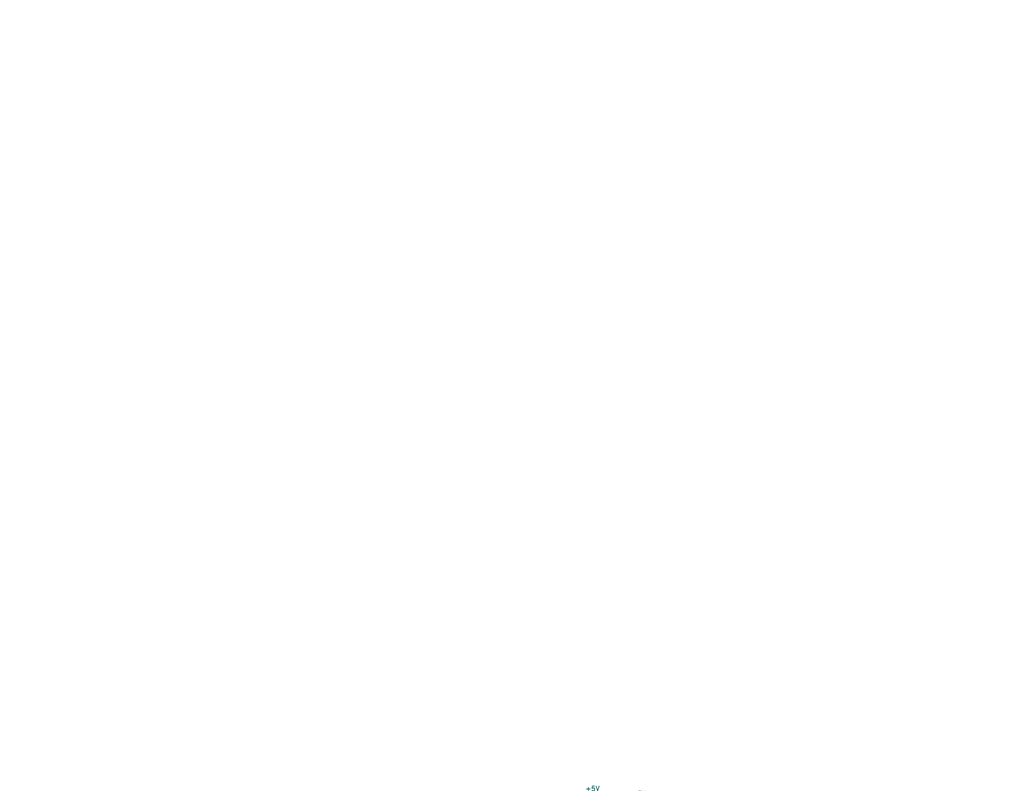
<source format=kicad_sch>
(kicad_sch (version 20211123) (generator eeschema)
  (paper "USLetter")
  (title_block (title "Selectable triple clock circuit") (date "2022-09-30") (rev "1.1") (company "Frederic Segard - aka: The Micro Hobbyist"))
  (lib_symbols
    (symbol "0_Fred's_Local_Library:LMC555" (pin_names (offset 1.016))
      (property "Reference" "U" (at -5.08 0 0))
      (property "Value" "LMC555" (at 1.27 0 0))
      (symbol "LMC555_0_1"
        (rectangle (start -7.62 -1.27) (end 7.62 -16.51) (fill (type background)))
      )
      (symbol "LMC555_1_1"
        (pin power_in line (at 0 -19.05 90) (length 2.54) (name "GND") (number "1"))
        (pin input line (at -10.16 -13.97 0) (length 2.54) (name "TR") (number "2"))
        (pin output line (at 10.16 -8.89 180) (length 2.54) (name "Q") (number "3"))
        (pin input line (at 10.16 -3.81 180) (length 2.54) (name "R") (number "4"))
        (pin input line (at 10.16 -13.97 180) (length 2.54) (name "CV") (number "5"))
        (pin input line (at -10.16 -8.89 0) (length 2.54) (name "THR") (number "6"))
        (pin input line (at -10.16 -3.81 0) (length 2.54) (name "DIS") (number "7"))
        (pin power_in line (at 0 1.27 270) (length 2.54) (name "VCC") (number "8"))
      )
    )
    (symbol "74xx:74HC14" (pin_names (offset 1.016))
      (property "Reference" "U" (at 0 1.27 0))
      (property "Value" "74HC14" (at 0 -1.27 0))
      (symbol "74HC14_1_0"
        (polyline (pts (xy -3.81 3.81) (xy -3.81 -3.81) (xy 3.81 0) (xy -3.81 3.81)) (stroke (width 0.254)) (fill (type background)))
        (pin input line (at -7.62 0 0) (length 3.81) (name "~") (number "1"))
        (pin output inverted (at 7.62 0 180) (length 3.81) (name "~") (number "2"))
      )
      (symbol "74HC14_1_1"
        (polyline (pts (xy -1.905 -1.27) (xy -1.905 1.27) (xy -0.635 1.27)))
        (polyline (pts (xy -2.54 -1.27) (xy -0.635 -1.27) (xy -0.635 1.27) (xy 0 1.27)))
      )
      (symbol "74HC14_2_0"
        (polyline (pts (xy -3.81 3.81) (xy -3.81 -3.81) (xy 3.81 0) (xy -3.81 3.81)) (stroke (width 0.254)) (fill (type background)))
        (pin input line (at -7.62 0 0) (length 3.81) (name "~") (number "3"))
        (pin output inverted (at 7.62 0 180) (length 3.81) (name "~") (number "4"))
      )
      (symbol "74HC14_2_1"
        (polyline (pts (xy -1.905 -1.27) (xy -1.905 1.27) (xy -0.635 1.27)))
        (polyline (pts (xy -2.54 -1.27) (xy -0.635 -1.27) (xy -0.635 1.27) (xy 0 1.27)))
      )
      (symbol "74HC14_3_0"
        (polyline (pts (xy -3.81 3.81) (xy -3.81 -3.81) (xy 3.81 0) (xy -3.81 3.81)) (stroke (width 0.254)) (fill (type background)))
        (pin input line (at -7.62 0 0) (length 3.81) (name "~") (number "5"))
        (pin output inverted (at 7.62 0 180) (length 3.81) (name "~") (number "6"))
      )
      (symbol "74HC14_3_1"
        (polyline (pts (xy -1.905 -1.27) (xy -1.905 1.27) (xy -0.635 1.27)))
        (polyline (pts (xy -2.54 -1.27) (xy -0.635 -1.27) (xy -0.635 1.27) (xy 0 1.27)))
      )
      (symbol "74HC14_4_0"
        (polyline (pts (xy -3.81 3.81) (xy -3.81 -3.81) (xy 3.81 0) (xy -3.81 3.81)) (stroke (width 0.254)) (fill (type background)))
        (pin output inverted (at 7.62 0 180) (length 3.81) (name "~") (number "8"))
        (pin input line (at -7.62 0 0) (length 3.81) (name "~") (number "9"))
      )
      (symbol "74HC14_4_1"
        (polyline (pts (xy -1.905 -1.27) (xy -1.905 1.27) (xy -0.635 1.27)))
        (polyline (pts (xy -2.54 -1.27) (xy -0.635 -1.27) (xy -0.635 1.27) (xy 0 1.27)))
      )
      (symbol "74HC14_5_0"
        (polyline (pts (xy -3.81 3.81) (xy -3.81 -3.81) (xy 3.81 0) (xy -3.81 3.81)) (stroke (width 0.254)) (fill (type background)))
        (pin output inverted (at 7.62 0 180) (length 3.81) (name "~") (number "10"))
        (pin input line (at -7.62 0 0) (length 3.81) (name "~") (number "11"))
      )
      (symbol "74HC14_5_1"
        (polyline (pts (xy -1.905 -1.27) (xy -1.905 1.27) (xy -0.635 1.27)))
        (polyline (pts (xy -2.54 -1.27) (xy -0.635 -1.27) (xy -0.635 1.27) (xy 0 1.27)))
      )
      (symbol "74HC14_6_0"
        (polyline (pts (xy -3.81 3.81) (xy -3.81 -3.81) (xy 3.81 0) (xy -3.81 3.81)) (stroke (width 0.254)) (fill (type background)))
        (pin output inverted (at 7.62 0 180) (length 3.81) (name "~") (number "12"))
        (pin input line (at -7.62 0 0) (length 3.81) (name "~") (number "13"))
      )
      (symbol "74HC14_6_1"
        (polyline (pts (xy -1.905 -1.27) (xy -1.905 1.27) (xy -0.635 1.27)))
        (polyline (pts (xy -2.54 -1.27) (xy -0.635 -1.27) (xy -0.635 1.27) (xy 0 1.27)))
      )
      (symbol "74HC14_7_0"
        (pin power_in line (at 0 12.7 270) (length 5.08) (name "VCC") (number "14"))
        (pin power_in line (at 0 -12.7 90) (length 5.08) (name "GND") (number "7"))
      )
      (symbol "74HC14_7_1"
        (rectangle (start -5.08 7.62) (end 5.08 -7.62) (stroke (width 0.254)) (fill (type background)))
      )
    )
    (symbol "74xx:74HC74" (pin_names (offset 1.016))
      (property "Reference" "U" (at -7.62 8.89 0))
      (property "Value" "74HC74" (at -7.62 -8.89 0))
      (symbol "74HC74_1_0"
        (pin input line (at 0 -7.62 90) (length 2.54) (name "~{R}") (number "1"))
        (pin input line (at -7.62 2.54 0) (length 2.54) (name "D") (number "2"))
        (pin input clock (at -7.62 0 0) (length 2.54) (name "C") (number "3"))
        (pin input line (at 0 7.62 270) (length 2.54) (name "~{S}") (number "4"))
        (pin output line (at 7.62 2.54 180) (length 2.54) (name "Q") (number "5"))
        (pin output line (at 7.62 -2.54 180) (length 2.54) (name "~{Q}") (number "6"))
      )
      (symbol "74HC74_1_1"
        (rectangle (start -5.08 5.08) (end 5.08 -5.08) (stroke (width 0.254)) (fill (type background)))
      )
      (symbol "74HC74_2_0"
        (pin input line (at 0 7.62 270) (length 2.54) (name "~{S}") (number "10"))
        (pin input clock (at -7.62 0 0) (length 2.54) (name "C") (number "11"))
        (pin input line (at -7.62 2.54 0) (length 2.54) (name "D") (number "12"))
        (pin input line (at 0 -7.62 90) (length 2.54) (name "~{R}") (number "13"))
        (pin output line (at 7.62 -2.54 180) (length 2.54) (name "~{Q}") (number "8"))
        (pin output line (at 7.62 2.54 180) (length 2.54) (name "Q") (number "9"))
      )
      (symbol "74HC74_2_1"
        (rectangle (start -5.08 5.08) (end 5.08 -5.08) (stroke (width 0.254)) (fill (type background)))
      )
      (symbol "74HC74_3_0"
        (pin power_in line (at 0 10.16 270) (length 2.54) (name "VCC") (number "14"))
        (pin power_in line (at 0 -10.16 90) (length 2.54) (name "GND") (number "7"))
      )
      (symbol "74HC74_3_1"
        (rectangle (start -5.08 7.62) (end 5.08 -7.62) (stroke (width 0.254)) (fill (type background)))
      )
    )
    (symbol "Device:C" (pin_numbers hide) (pin_names (offset 0.254))
      (property "Reference" "C" (at 0.635 2.54 0))
      (property "Value" "C" (at 0.635 -2.54 0))
      (symbol "C_0_1"
        (polyline (pts (xy -2.032 -0.762) (xy 2.032 -0.762)) (stroke (width 0.508)))
        (polyline (pts (xy -2.032 0.762) (xy 2.032 0.762)) (stroke (width 0.508)))
      )
      (symbol "C_1_1"
        (pin passive line (at 0 3.81 270) (length 2.794) (name "~") (number "1"))
        (pin passive line (at 0 -3.81 90) (length 2.794) (name "~") (number "2"))
      )
    )
    (symbol "Device:LED" (pin_numbers hide) (pin_names (offset 1.016) hide)
      (property "Reference" "D" (at 0 2.54 0))
      (property "Value" "LED" (at 0 -2.54 0))
      (symbol "LED_0_1"
        (polyline (pts (xy -1.27 -1.27) (xy -1.27 1.27)) (stroke (width 0.254)))
        (polyline (pts (xy -1.27 0) (xy 1.27 0)))
        (polyline (pts (xy 1.27 -1.27) (xy 1.27 1.27) (xy -1.27 0) (xy 1.27 -1.27)) (stroke (width 0.254)))
        (polyline (pts (xy -3.048 -0.762) (xy -4.572 -2.286) (xy -3.81 -2.286) (xy -4.572 -2.286) (xy -4.572 -1.524)))
        (polyline (pts (xy -1.778 -0.762) (xy -3.302 -2.286) (xy -2.54 -2.286) (xy -3.302 -2.286) (xy -3.302 -1.524)))
      )
      (symbol "LED_1_1"
        (pin passive line (at -3.81 0 0) (length 2.54) (name "K") (number "1"))
        (pin passive line (at 3.81 0 180) (length 2.54) (name "A") (number "2"))
      )
    )
    (symbol "Device:R_US" (pin_numbers hide) (pin_names (offset 0))
      (property "Reference" "R" (at 2.54 0 90))
      (property "Value" "R_US" (at -2.54 0 90))
      (symbol "R_US_0_1"
        (polyline (pts (xy 0 -2.286) (xy 0 -2.54)))
        (polyline (pts (xy 0 2.286) (xy 0 2.54)))
        (polyline (pts (xy 0 -0.762) (xy 1.016 -1.143) (xy 0 -1.524) (xy -1.016 -1.905) (xy 0 -2.286)))
        (polyline (pts (xy 0 0.762) (xy 1.016 0.381) (xy 0 0) (xy -1.016 -0.381) (xy 0 -0.762)))
        (polyline (pts (xy 0 2.286) (xy 1.016 1.905) (xy 0 1.524) (xy -1.016 1.143) (xy 0 0.762)))
      )
      (symbol "R_US_1_1"
        (pin passive line (at 0 3.81 270) (length 1.27) (name "~") (number "1"))
        (pin passive line (at 0 -3.81 90) (length 1.27) (name "~") (number "2"))
      )
    )
    (symbol "Part-1---Testing-the-Z80-rescue:R_POT_US-Device" (pin_names (offset 1.016) hide)
      (property "Reference" "RV" (at -4.445 0 90))
      (property "Value" "R_POT_US-Device" (at -2.54 0 90))
      (symbol "R_POT_US-Device_0_1"
        (polyline (pts (xy 0 -2.286) (xy 0 -2.54)))
        (polyline (pts (xy 0 2.54) (xy 0 2.286)))
        (polyline (pts (xy 2.54 0) (xy 1.524 0)))
        (polyline (pts (xy 1.143 0) (xy 2.286 0.508) (xy 2.286 -0.508) (xy 1.143 0)) (fill (type outline)))
        (polyline (pts (xy 0 -0.762) (xy 1.016 -1.143) (xy 0 -1.524) (xy -1.016 -1.905) (xy 0 -2.286)))
        (polyline (pts (xy 0 0.762) (xy 1.016 0.381) (xy 0 0) (xy -1.016 -0.381) (xy 0 -0.762)))
        (polyline (pts (xy 0 2.286) (xy 1.016 1.905) (xy 0 1.524) (xy -1.016 1.143) (xy 0 0.762)))
      )
      (symbol "R_POT_US-Device_1_1"
        (pin passive line (at 0 3.81 270) (length 1.27) (name "1") (number "1"))
        (pin passive line (at 3.81 0 180) (length 1.27) (name "2") (number "2"))
        (pin passive line (at 0 -3.81 90) (length 1.27) (name "3") (number "3"))
      )
    )
    (symbol "Switch:SW_Push" (pin_numbers hide) (pin_names (offset 1.016) hide)
      (property "Reference" "SW" (at 1.27 2.54 0))
      (property "Value" "SW_Push" (at 0 -1.524 0))
      (symbol "SW_Push_0_1"
        (circle (center -2.032 0) (radius 0.508))
        (polyline (pts (xy 0 1.27) (xy 0 3.048)))
        (polyline (pts (xy 2.54 1.27) (xy -2.54 1.27)))
        (circle (center 2.032 0) (radius 0.508))
        (pin passive line (at -5.08 0 0) (length 2.54) (name "1") (number "1"))
        (pin passive line (at 5.08 0 180) (length 2.54) (name "2") (number "2"))
      )
    )
    (symbol "power:+5V" (power) (pin_names (offset 0))
      (property "Value" "+5V" (at 0 3.556 0))
      (symbol "+5V_0_1"
        (polyline (pts (xy -0.762 1.27) (xy 0 2.54)))
        (polyline (pts (xy 0 0) (xy 0 2.54)))
        (polyline (pts (xy 0 2.54) (xy 0.762 1.27)))
      )
      (symbol "+5V_1_1"
        (pin power_in line (at 0 0 90) (length 0) hide (name "+5V") (number "1"))
      )
    )
    (symbol "power:GND" (power) (pin_names (offset 0))
      (property "Value" "GND" (at 0 -3.81 0))
      (symbol "GND_0_1"
        (polyline (pts (xy 0 0) (xy 0 -1.27) (xy 1.27 -1.27) (xy 0 -2.54) (xy -1.27 -1.27) (xy 0 -1.27)))
      )
      (symbol "GND_1_1"
        (pin power_in line (at 0 0 270) (length 0) hide (name "GND") (number "1"))
      )
    )
  )
  (junction (at 38.1 233.68))
  (junction (at 204.47 227.33))
  (junction (at 181.61 229.87))
  (junction (at 181.61 232.41))
  (junction (at 48.26 281.94))
  (junction (at 227.33 227.33))
  (junction (at 227.33 237.49))
  (junction (at 215.9 237.49))
  (junction (at 215.9 227.33))
  (junction (at 52.07 243.84))
  (junction (at 189.23 223.52))
  (junction (at 60.96 281.94))
  (junction (at 204.47 237.49))
  (junction (at 238.76 227.33))
  (junction (at 238.76 237.49))
  (no_connect (at 196.85 229.87))
  (no_connect (at 196.85 234.95))
  (no_connect (at 38.1 248.92))
  (wire (pts (xy 38.1 232.41) (xy 38.1 233.68)))
  (wire (pts (xy 238.76 228.6) (xy 238.76 227.33)))
  (wire (pts (xy 38.1 223.52) (xy 38.1 224.79)))
  (wire (pts (xy 106.68 236.22) (xy 116.84 236.22)))
  (wire (pts (xy 74.93 233.68) (xy 73.66 233.68)))
  (wire (pts (xy 204.47 237.49) (xy 215.9 237.49)))
  (wire (pts (xy 109.22 241.3) (xy 109.22 224.79)))
  (wire (pts (xy 151.13 260.35) (xy 151.13 262.89)))
  (wire (pts (xy 74.93 226.06) (xy 74.93 233.68)))
  (wire (pts (xy 87.63 281.94) (xy 78.74 281.94)))
  (wire (pts (xy 151.13 271.78) (xy 151.13 270.51)))
  (wire (pts (xy 189.23 223.52) (xy 181.61 223.52)))
  (wire (pts (xy 181.61 241.3) (xy 189.23 241.3)))
  (wire (pts (xy 181.61 223.52) (xy 181.61 229.87)))
  (wire (pts (xy 181.61 229.87) (xy 181.61 232.41)))
  (wire (pts (xy 74.93 255.27) (xy 74.93 254)))
  (wire (pts (xy 204.47 237.49) (xy 204.47 238.76)))
  (wire (pts (xy 215.9 236.22) (xy 215.9 237.49)))
  (wire (pts (xy 45.72 281.94) (xy 48.26 281.94)))
  (wire (pts (xy 52.07 243.84) (xy 52.07 238.76)))
  (wire (pts (xy 35.56 281.94) (xy 33.02 281.94)))
  (wire (pts (xy 88.9 236.22) (xy 91.44 236.22)))
  (wire (pts (xy 60.96 292.1) (xy 60.96 294.64)))
  (wire (pts (xy 227.33 237.49) (xy 238.76 237.49)))
  (wire (pts (xy 189.23 241.3) (xy 189.23 240.03)))
  (wire (pts (xy 227.33 227.33) (xy 215.9 227.33)))
  (wire (pts (xy 227.33 236.22) (xy 227.33 237.49)))
  (wire (pts (xy 74.93 243.84) (xy 74.93 246.38)))
  (wire (pts (xy 73.66 243.84) (xy 74.93 243.84)))
  (wire (pts (xy 38.1 233.68) (xy 38.1 240.03)))
  (wire (pts (xy 58.42 281.94) (xy 60.96 281.94)))
  (wire (pts (xy 106.68 241.3) (xy 109.22 241.3)))
  (wire (pts (xy 204.47 227.33) (xy 204.47 228.6)))
  (wire (pts (xy 48.26 279.4) (xy 48.26 281.94)))
  (wire (pts (xy 238.76 237.49) (xy 250.19 237.49)))
  (wire (pts (xy 63.5 228.6) (xy 63.5 226.06)))
  (wire (pts (xy 227.33 228.6) (xy 227.33 227.33)))
  (wire (pts (xy 215.9 227.33) (xy 204.47 227.33)))
  (wire (pts (xy 215.9 228.6) (xy 215.9 227.33)))
  (wire (pts (xy 38.1 233.68) (xy 53.34 233.68)))
  (wire (pts (xy 48.26 281.94) (xy 50.8 281.94)))
  (wire (pts (xy 238.76 236.22) (xy 238.76 237.49)))
  (wire (pts (xy 41.91 243.84) (xy 43.18 243.84)))
  (wire (pts (xy 173.99 242.57) (xy 173.99 243.84)))
  (wire (pts (xy 173.99 222.25) (xy 173.99 220.98)))
  (wire (pts (xy 52.07 238.76) (xy 53.34 238.76)))
  (wire (pts (xy 53.34 243.84) (xy 52.07 243.84)))
  (wire (pts (xy 151.13 281.94) (xy 151.13 279.4)))
  (wire (pts (xy 250.19 227.33) (xy 238.76 227.33)))
  (wire (pts (xy 73.66 238.76) (xy 91.44 238.76)))
  (wire (pts (xy 109.22 224.79) (xy 88.9 224.79)))
  (wire (pts (xy 60.96 281.94) (xy 63.5 281.94)))
  (wire (pts (xy 48.26 269.24) (xy 48.26 271.78)))
  (wire (pts (xy 250.19 228.6) (xy 250.19 227.33)))
  (wire (pts (xy 33.02 281.94) (xy 33.02 284.48)))
  (wire (pts (xy 60.96 284.48) (xy 60.96 281.94)))
  (wire (pts (xy 52.07 246.38) (xy 52.07 243.84)))
  (wire (pts (xy 189.23 222.25) (xy 189.23 223.52)))
  (wire (pts (xy 189.23 223.52) (xy 189.23 224.79)))
  (wire (pts (xy 204.47 226.06) (xy 204.47 227.33)))
  (wire (pts (xy 238.76 227.33) (xy 227.33 227.33)))
  (wire (pts (xy 250.19 236.22) (xy 250.19 237.49)))
  (wire (pts (xy 52.07 255.27) (xy 52.07 254)))
  (wire (pts (xy 204.47 236.22) (xy 204.47 237.49)))
  (wire (pts (xy 88.9 224.79) (xy 88.9 236.22)))
  (wire (pts (xy 63.5 250.19) (xy 63.5 248.92)))
  (wire (pts (xy 181.61 232.41) (xy 181.61 241.3)))
  (wire (pts (xy 38.1 247.65) (xy 38.1 248.92)))
  (wire (pts (xy 215.9 237.49) (xy 227.33 237.49)))
  (wire (pts (xy 52.07 243.84) (xy 50.8 243.84)))
  (text "Blue" (at 153.67 280.67 0) (effects (font (size 1.27 1.27)) (justify left bottom)))
  (text "Bypass Capacitors" (at 207.01 226.06 0) (effects (font (size 1.27 1.27)) (justify left bottom)))
  (label "STEP" (at 83.82 281.94 180))
  (label "SLOW" (at 115.57 236.22 180))
  (symbol (lib_id "Device:R_US") (at 38.1 228.6 0) (mirror y) (unit 1)
    (property "Reference" "R9" (at 39.8272 227.4316 0) (effects (justify right)))
    (property "Value" "1KΩ" (at 39.8272 229.743 0) (effects (justify right)))
    (property "Footprint" "Resistor_THT:R_Axial_DIN0207_L6.3mm_D2.5mm_P7.62mm_Horizontal" (effects hide))
  )
  (symbol (lib_id "power:+5V") (at 38.1 223.52 0) (unit 1)
    (property "Reference" "#PWR018" (effects hide))
    (property "Value" "+5V" (at 38.481 219.1258 0))
  )
  (symbol (lib_id "power:+5V") (at 204.47 226.06 0) (unit 1)
    (property "Reference" "#PWR021" (effects hide))
    (property "Value" "+5V" (at 204.851 221.6658 0))
  )
  (symbol (lib_id "Device:C") (at 215.9 232.41 0) (unit 1)
    (property "Reference" "C3" (at 218.821 231.2416 0) (effects (justify left)))
    (property "Value" "0.1µF" (at 218.821 233.553 0) (effects (justify left)))
    (property "Footprint" "Capacitor_THT:C_Disc_D3.0mm_W1.6mm_P2.50mm" (effects hide))
  )
  (symbol (lib_id "Device:C") (at 227.33 232.41 0) (unit 1)
    (property "Reference" "C4" (at 230.251 231.2416 0) (effects (justify left)))
    (property "Value" "0.1µF" (at 230.251 233.553 0) (effects (justify left)))
    (property "Footprint" "Capacitor_THT:C_Disc_D3.0mm_W1.6mm_P2.50mm" (effects hide))
  )
  (symbol (lib_id "power:+5V") (at 63.5 226.06 0) (unit 1)
    (property "Reference" "#PWR019" (effects hide))
    (property "Value" "+5V" (at 63.881 221.6658 0))
  )
  (symbol (lib_id "power:GND") (at 63.5 250.19 0) (unit 1)
    (property "Reference" "#PWR027" (effects hide))
    (property "Value" "GND" (at 63.627 254.5842 0))
  )
  (symbol (lib_id "74xx:74HC74") (at 99.06 238.76 0) (unit 1)
    (property "Reference" "U5" (at 92.71 232.41 0) (effects (justify left)))
    (property "Value" "74HC74" (at 100.33 232.41 0) (effects (justify left)))
    (property "Footprint" "Package_DIP:DIP-14_W7.62mm_Socket" (effects hide))
    (property "Datasheet" "74xx/74hc_hct74.pdf" (effects hide))
  )
  (symbol (lib_id "power:+5V") (at 99.06 231.14 0) (unit 1)
    (property "Reference" "#PWR022" (effects hide))
    (property "Value" "+5V" (at 99.441 226.7458 0))
  )
  (symbol (lib_id "74xx:74HC74") (at 173.99 232.41 0) (unit 3)
    (property "Reference" "U5" (at 167.64 223.52 0) (effects (justify left)))
    (property "Value" "74HC74" (at 170.18 232.41 0) (effects (justify left)))
    (property "Footprint" "Package_DIP:DIP-14_W7.62mm_Socket" (effects hide))
    (property "Datasheet" "74xx/74hc_hct74.pdf" (effects hide))
  )
  (symbol (lib_id "power:+5V") (at 173.99 220.98 0) (unit 1)
    (property "Reference" "#PWR016" (effects hide))
    (property "Value" "+5V" (at 174.371 216.5858 0))
  )
  (symbol (lib_id "power:GND") (at 173.99 243.84 0) (unit 1)
    (property "Reference" "#PWR024" (effects hide))
    (property "Value" "GND" (at 174.117 248.2342 0))
  )
  (symbol (lib_id "Device:C") (at 74.93 250.19 0) (mirror y) (unit 1)
    (property "Reference" "C8" (at 72.009 249.0216 0) (effects (justify left)))
    (property "Value" "0.1µF" (at 72.009 251.333 0) (effects (justify left)))
    (property "Footprint" "Capacitor_THT:C_Disc_D3.0mm_W1.6mm_P2.50mm" (effects hide))
  )
  (symbol (lib_id "Device:R_US") (at 46.99 243.84 90) (mirror x) (unit 1)
    (property "Reference" "R10" (at 46.99 238.633 90))
    (property "Value" "220Ω" (at 46.99 240.9444 90))
    (property "Footprint" "Resistor_THT:R_Axial_DIN0207_L6.3mm_D2.5mm_P7.62mm_Horizontal" (effects hide))
  )
  (symbol (lib_id "0_Fred's_Local_Library:LMC555") (at 63.5 229.87 0) (unit 1)
    (property "Reference" "U3" (at 57.15 229.87 0))
    (property "Value" "LMC555" (at 68.58 229.87 0))
    (property "Footprint" "Package_DIP:DIP-8_W7.62mm_Socket" (effects hide))
  )
  (symbol (lib_id "power:+5V") (at 74.93 226.06 0) (unit 1)
    (property "Reference" "#PWR020" (effects hide))
    (property "Value" "+5V" (at 75.311 221.6658 0))
  )
  (symbol (lib_id "power:GND") (at 52.07 255.27 0) (unit 1)
    (property "Reference" "#PWR028" (effects hide))
    (property "Value" "GND" (at 52.197 259.6642 0))
  )
  (symbol (lib_id "power:GND") (at 74.93 255.27 0) (unit 1)
    (property "Reference" "#PWR029" (effects hide))
    (property "Value" "GND" (at 75.057 259.6642 0))
  )
  (symbol (lib_id "Part-1---Testing-the-Z80-rescue:R_POT_US-Device") (at 38.1 243.84 0) (mirror x) (unit 1)
    (property "Reference" "RV1" (at 36.3728 242.6716 0) (effects (justify right)))
    (property "Value" "1MΩ" (at 36.3728 244.983 0) (effects (justify right)))
    (property "Footprint" "Potentiometer_THT:Potentiometer_Bourns_3296W_Vertical" (effects hide))
  )
  (symbol (lib_id "power:GND") (at 204.47 238.76 0) (unit 1)
    (property "Reference" "#PWR023" (effects hide))
    (property "Value" "GND" (at 204.597 243.1542 0))
  )
  (symbol (lib_id "Device:C") (at 204.47 232.41 0) (unit 1)
    (property "Reference" "C2" (at 207.391 231.2416 0) (effects (justify left)))
    (property "Value" "0.1µF" (at 207.391 233.553 0) (effects (justify left)))
    (property "Footprint" "Capacitor_THT:C_Disc_D3.0mm_W1.6mm_P2.50mm" (effects hide))
  )
  (symbol (lib_id "power:+5V") (at 99.06 246.38 180) (unit 1)
    (property "Reference" "#PWR026" (effects hide))
    (property "Value" "+5V" (at 98.679 250.7742 0))
  )
  (symbol (lib_id "Device:C") (at 52.07 250.19 0) (mirror y) (unit 1)
    (property "Reference" "C7" (at 49.149 249.0216 0) (effects (justify left)))
    (property "Value" "1µF" (at 49.149 251.333 0) (effects (justify left)))
    (property "Footprint" "Capacitor_THT:C_Disc_D3.0mm_W1.6mm_P2.50mm" (effects hide))
  )
  (symbol (lib_id "Device:R_US") (at 151.13 266.7 0) (unit 1)
    (property "Reference" "R11" (at 153.67 265.43 0) (effects (justify left)))
    (property "Value" "10KΩ" (at 153.67 267.97 0) (effects (justify left)))
    (property "Footprint" "Resistor_THT:R_Axial_DIN0207_L6.3mm_D2.5mm_P10.16mm_Horizontal" (effects hide))
  )
  (symbol (lib_id "Device:C") (at 250.19 232.41 0) (unit 1)
    (property "Reference" "C6" (at 253.111 231.2416 0) (effects (justify left)))
    (property "Value" "0.1µF" (at 253.111 233.553 0) (effects (justify left)))
    (property "Footprint" "Capacitor_THT:C_Disc_D3.0mm_W1.6mm_P2.50mm" (effects hide))
  )
  (symbol (lib_id "power:GND") (at 161.29 245.11 0) (unit 1)
    (property "Reference" "#PWR025" (effects hide))
    (property "Value" "GND" (at 161.417 249.5042 0))
  )
  (symbol (lib_id "power:GND") (at 33.02 284.48 0) (unit 1)
    (property "Reference" "#PWR032" (effects hide))
    (property "Value" "GND" (at 33.147 288.8742 0))
  )
  (symbol (lib_id "74xx:74HC14") (at 161.29 232.41 0) (unit 7)
    (property "Reference" "U4" (at 157.48 223.52 0))
    (property "Value" "74HC14" (at 161.29 232.41 0))
    (property "Footprint" "Package_DIP:DIP-14_W7.62mm_Socket" (effects hide))
    (property "Datasheet" "http://www.ti.com/lit/gpn/sn74HC14" (effects hide))
  )
  (symbol (lib_id "power:+5V") (at 161.29 219.71 0) (unit 1)
    (property "Reference" "#PWR015" (effects hide))
    (property "Value" "+5V" (at 161.671 215.3158 0))
  )
  (symbol (lib_id "Device:R_US") (at 54.61 281.94 90) (mirror x) (unit 1)
    (property "Reference" "R13" (at 54.61 279.4 90))
    (property "Value" "22KΩ" (at 54.61 284.48 90))
    (property "Footprint" "Resistor_THT:R_Axial_DIN0207_L6.3mm_D2.5mm_P7.62mm_Horizontal" (effects hide))
  )
  (symbol (lib_id "power:GND") (at 60.96 294.64 0) (unit 1)
    (property "Reference" "#PWR033" (effects hide))
    (property "Value" "GND" (at 61.087 299.0342 0))
  )
  (symbol (lib_id "power:GND") (at 151.13 281.94 0) (unit 1)
    (property "Reference" "#PWR030" (effects hide))
    (property "Value" "GND" (at 151.257 286.3342 0))
  )
  (symbol (lib_id "power:+5V") (at 48.26 269.24 0) (unit 1)
    (property "Reference" "#PWR031" (effects hide))
    (property "Value" "+5V" (at 48.641 264.8458 0))
  )
  (symbol (lib_id "Device:R_US") (at 48.26 275.59 0) (mirror y) (unit 1)
    (property "Reference" "R12" (at 49.9872 274.4216 0) (effects (justify right)))
    (property "Value" "1KΩ" (at 49.9872 276.733 0) (effects (justify right)))
    (property "Footprint" "Resistor_THT:R_Axial_DIN0207_L6.3mm_D2.5mm_P7.62mm_Horizontal" (effects hide))
  )
  (symbol (lib_id "Switch:SW_Push") (at 40.64 281.94 0) (mirror y) (unit 1)
    (property "Reference" "SW4" (at 40.64 276.86 0))
    (property "Value" "STEP" (at 40.64 284.48 0))
    (property "Footprint" "Button_Switch_THT:SW_PUSH_6mm" (effects hide))
  )
  (symbol (lib_id "Device:LED") (at 151.13 275.59 270) (mirror x) (unit 1)
    (property "Reference" "D3" (at 153.67 274.32 90) (effects (justify left)))
    (property "Value" "CLK" (at 153.67 276.86 90) (effects (justify left)))
    (property "Footprint" "LED_THT:LED_D3.0mm" (effects hide))
  )
  (symbol (lib_id "power:+5V") (at 189.23 222.25 0) (unit 1)
    (property "Reference" "#PWR017" (effects hide))
    (property "Value" "+5V" (at 189.611 217.8558 0))
  )
  (symbol (lib_id "Device:C") (at 60.96 288.29 0) (unit 1)
    (property "Reference" "C9" (at 63.881 287.1216 0) (effects (justify left)))
    (property "Value" "1µF" (at 63.881 289.433 0) (effects (justify left)))
    (property "Footprint" "Capacitor_THT:C_Disc_D3.0mm_W1.6mm_P2.50mm" (effects hide))
  )
  (symbol (lib_id "74xx:74HC14") (at 71.12 281.94 0) (unit 1)
    (property "Reference" "U4" (at 71.12 274.4302 0))
    (property "Value" "74HC14" (at 71.12 276.9671 0))
    (property "Footprint" "Package_DIP:DIP-14_W7.62mm_Socket" (effects hide))
    (property "Datasheet" "http://www.ti.com/lit/gpn/sn74HC14" (effects hide))
  )
  (symbol (lib_id "74xx:74HC74") (at 189.23 232.41 0) (unit 2)
    (property "Reference" "U5" (at 182.88 226.06 0) (effects (justify left)))
    (property "Value" "74HC74" (at 190.5 226.06 0) (effects (justify left)))
    (property "Footprint" "Package_DIP:DIP-14_W7.62mm_Socket" (effects hide))
    (property "Datasheet" "74xx/74hc_hct74.pdf" (effects hide))
  )
  (symbol (lib_id "Device:C") (at 238.76 232.41 0) (unit 1)
    (property "Reference" "C5" (at 241.681 231.2416 0) (effects (justify left)))
    (property "Value" "0.1µF" (at 241.681 233.553 0) (effects (justify left)))
    (property "Footprint" "Capacitor_THT:C_Disc_D3.0mm_W1.6mm_P2.50mm" (effects hide))
  )
)
</source>
